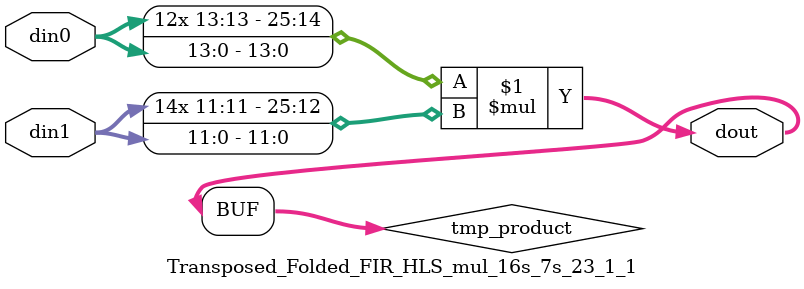
<source format=v>

`timescale 1 ns / 1 ps

 module Transposed_Folded_FIR_HLS_mul_16s_7s_23_1_1(din0, din1, dout);
parameter ID = 1;
parameter NUM_STAGE = 0;
parameter din0_WIDTH = 14;
parameter din1_WIDTH = 12;
parameter dout_WIDTH = 26;

input [din0_WIDTH - 1 : 0] din0; 
input [din1_WIDTH - 1 : 0] din1; 
output [dout_WIDTH - 1 : 0] dout;

wire signed [dout_WIDTH - 1 : 0] tmp_product;



























assign tmp_product = $signed(din0) * $signed(din1);








assign dout = tmp_product;





















endmodule

</source>
